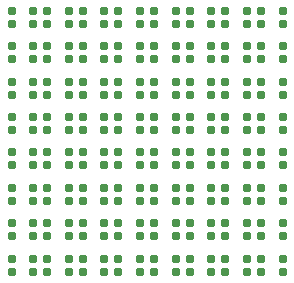
<source format=gtp>
G04*
G04 #@! TF.GenerationSoftware,Altium Limited,Altium Designer,22.5.1 (42)*
G04*
G04 Layer_Color=8421504*
%FSLAX25Y25*%
%MOIN*%
G70*
G04*
G04 #@! TF.SameCoordinates,AC3B2383-AE7F-4156-BF80-1B445AE1BA2C*
G04*
G04*
G04 #@! TF.FilePolarity,Positive*
G04*
G01*
G75*
G04:AMPARAMS|DCode=12|XSize=27.56mil|YSize=27.56mil|CornerRadius=6.89mil|HoleSize=0mil|Usage=FLASHONLY|Rotation=0.000|XOffset=0mil|YOffset=0mil|HoleType=Round|Shape=RoundedRectangle|*
%AMROUNDEDRECTD12*
21,1,0.02756,0.01378,0,0,0.0*
21,1,0.01378,0.02756,0,0,0.0*
1,1,0.01378,0.00689,-0.00689*
1,1,0.01378,-0.00689,-0.00689*
1,1,0.01378,-0.00689,0.00689*
1,1,0.01378,0.00689,0.00689*
%
%ADD12ROUNDEDRECTD12*%
D12*
X27269Y99165D02*
D03*
Y94834D02*
D03*
X34474D02*
D03*
Y99165D02*
D03*
X62883Y87365D02*
D03*
Y83034D02*
D03*
X70088D02*
D03*
Y87365D02*
D03*
X51012D02*
D03*
Y83034D02*
D03*
X58217D02*
D03*
Y87365D02*
D03*
X74755D02*
D03*
Y83034D02*
D03*
X81959D02*
D03*
Y87365D02*
D03*
X86626D02*
D03*
Y83034D02*
D03*
X93831D02*
D03*
Y87365D02*
D03*
X98497Y99165D02*
D03*
Y94834D02*
D03*
X105702D02*
D03*
Y99165D02*
D03*
X98497Y87365D02*
D03*
Y83034D02*
D03*
X105702D02*
D03*
Y87365D02*
D03*
X74755Y99165D02*
D03*
Y94834D02*
D03*
X81959D02*
D03*
Y99165D02*
D03*
X86626D02*
D03*
Y94834D02*
D03*
X93831D02*
D03*
Y99165D02*
D03*
X62883D02*
D03*
Y94834D02*
D03*
X70088D02*
D03*
Y99165D02*
D03*
X51012D02*
D03*
Y94834D02*
D03*
X58217D02*
D03*
Y99165D02*
D03*
X15398Y75565D02*
D03*
Y71234D02*
D03*
X22602D02*
D03*
Y75565D02*
D03*
X15398Y40165D02*
D03*
Y35835D02*
D03*
X22602D02*
D03*
Y40165D02*
D03*
X15398Y51965D02*
D03*
Y47634D02*
D03*
X22602D02*
D03*
Y51965D02*
D03*
X15398Y63765D02*
D03*
Y59434D02*
D03*
X22602D02*
D03*
Y63765D02*
D03*
X15398Y87365D02*
D03*
Y83034D02*
D03*
X22602D02*
D03*
Y87365D02*
D03*
X15398Y99165D02*
D03*
Y94834D02*
D03*
X22602D02*
D03*
Y99165D02*
D03*
X15398Y16565D02*
D03*
Y12235D02*
D03*
X22602D02*
D03*
Y16565D02*
D03*
X15398Y28365D02*
D03*
Y24035D02*
D03*
X22602D02*
D03*
Y28365D02*
D03*
X39140Y99165D02*
D03*
Y94834D02*
D03*
X46345D02*
D03*
Y99165D02*
D03*
X39140Y75565D02*
D03*
Y71234D02*
D03*
X46345D02*
D03*
Y75565D02*
D03*
X39140Y87365D02*
D03*
Y83034D02*
D03*
X46345D02*
D03*
Y87365D02*
D03*
X27269D02*
D03*
Y83034D02*
D03*
X34474D02*
D03*
Y87365D02*
D03*
X27269Y75565D02*
D03*
Y71234D02*
D03*
X34474D02*
D03*
Y75565D02*
D03*
X27269Y63765D02*
D03*
Y59434D02*
D03*
X34474D02*
D03*
Y63765D02*
D03*
X39140D02*
D03*
Y59434D02*
D03*
X46345D02*
D03*
Y63765D02*
D03*
X39140Y40165D02*
D03*
Y35835D02*
D03*
X46345D02*
D03*
Y40165D02*
D03*
X39140Y51965D02*
D03*
Y47634D02*
D03*
X46345D02*
D03*
Y51965D02*
D03*
X39140Y16565D02*
D03*
Y12235D02*
D03*
X46345D02*
D03*
Y16565D02*
D03*
X27269D02*
D03*
Y12235D02*
D03*
X34474D02*
D03*
Y16565D02*
D03*
X27269Y51965D02*
D03*
Y47634D02*
D03*
X34474D02*
D03*
Y51965D02*
D03*
X27269Y40165D02*
D03*
Y35835D02*
D03*
X34474D02*
D03*
Y40165D02*
D03*
X27269Y28365D02*
D03*
Y24035D02*
D03*
X34474D02*
D03*
Y28365D02*
D03*
X39140D02*
D03*
Y24035D02*
D03*
X46345D02*
D03*
Y28365D02*
D03*
X98497Y40165D02*
D03*
Y35835D02*
D03*
X105702D02*
D03*
Y40165D02*
D03*
X86626Y28365D02*
D03*
Y24035D02*
D03*
X93831D02*
D03*
Y28365D02*
D03*
X86626Y40165D02*
D03*
Y35835D02*
D03*
X93831D02*
D03*
Y40165D02*
D03*
X51012D02*
D03*
Y35835D02*
D03*
X58217D02*
D03*
Y40165D02*
D03*
X62883D02*
D03*
Y35835D02*
D03*
X70088D02*
D03*
Y40165D02*
D03*
X74755D02*
D03*
Y35835D02*
D03*
X81959D02*
D03*
Y40165D02*
D03*
X74755Y51965D02*
D03*
Y47634D02*
D03*
X81959D02*
D03*
Y51965D02*
D03*
X62883D02*
D03*
Y47634D02*
D03*
X70088D02*
D03*
Y51965D02*
D03*
X98497D02*
D03*
Y47634D02*
D03*
X105702D02*
D03*
Y51965D02*
D03*
X86626D02*
D03*
Y47634D02*
D03*
X93831D02*
D03*
Y51965D02*
D03*
X62883Y63765D02*
D03*
Y59434D02*
D03*
X70088D02*
D03*
Y63765D02*
D03*
X51012Y51965D02*
D03*
Y47634D02*
D03*
X58217D02*
D03*
Y51965D02*
D03*
X51012Y63765D02*
D03*
Y59434D02*
D03*
X58217D02*
D03*
Y63765D02*
D03*
X98497Y75565D02*
D03*
Y71234D02*
D03*
X105702D02*
D03*
Y75565D02*
D03*
X98497Y63765D02*
D03*
Y59434D02*
D03*
X105702D02*
D03*
Y63765D02*
D03*
X62883Y16565D02*
D03*
Y12235D02*
D03*
X70088D02*
D03*
Y16565D02*
D03*
X74755Y63765D02*
D03*
Y59434D02*
D03*
X81959D02*
D03*
Y63765D02*
D03*
X86626D02*
D03*
Y59434D02*
D03*
X93831D02*
D03*
Y63765D02*
D03*
X86626Y75565D02*
D03*
Y71234D02*
D03*
X93831D02*
D03*
Y75565D02*
D03*
X74755D02*
D03*
Y71234D02*
D03*
X81959D02*
D03*
Y75565D02*
D03*
X62883D02*
D03*
Y71234D02*
D03*
X70088D02*
D03*
Y75565D02*
D03*
X51012D02*
D03*
Y71234D02*
D03*
X58217D02*
D03*
Y75565D02*
D03*
X74755Y28365D02*
D03*
Y24035D02*
D03*
X81959D02*
D03*
Y28365D02*
D03*
X62883D02*
D03*
Y24035D02*
D03*
X70088D02*
D03*
Y28365D02*
D03*
X51012D02*
D03*
Y24035D02*
D03*
X58217D02*
D03*
Y28365D02*
D03*
X51012Y16565D02*
D03*
Y12235D02*
D03*
X58217D02*
D03*
Y16565D02*
D03*
X98497Y28365D02*
D03*
Y24035D02*
D03*
X105702D02*
D03*
Y28365D02*
D03*
X98497Y16565D02*
D03*
Y12235D02*
D03*
X105702D02*
D03*
Y16565D02*
D03*
X74755D02*
D03*
Y12235D02*
D03*
X81959D02*
D03*
Y16565D02*
D03*
X86626D02*
D03*
Y12235D02*
D03*
X93831D02*
D03*
Y16565D02*
D03*
M02*

</source>
